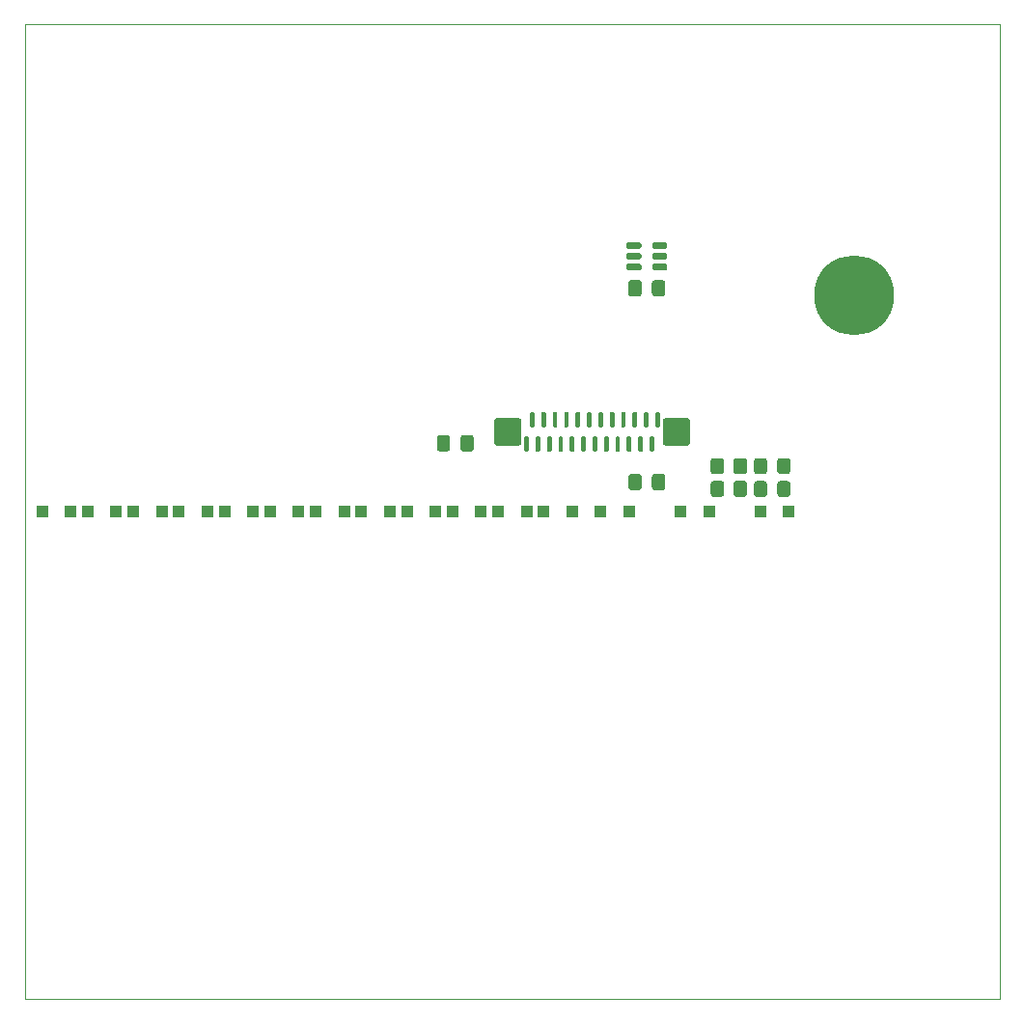
<source format=gbr>
G04 #@! TF.GenerationSoftware,KiCad,Pcbnew,6.0.10+dfsg-1~bpo11+1*
G04 #@! TF.ProjectId,project,70726f6a-6563-4742-9e6b-696361645f70,rev?*
G04 #@! TF.SameCoordinates,Original*
G04 #@! TF.FileFunction,Paste,Top*
G04 #@! TF.FilePolarity,Positive*
%FSLAX46Y46*%
G04 Gerber Fmt 4.6, Leading zero omitted, Abs format (unit mm)*
%MOMM*%
%LPD*%
G01*
G04 APERTURE LIST*
G04 #@! TA.AperFunction,Profile*
%ADD10C,0.100000*%
G04 #@! TD*
%ADD11R,1.000000X1.000000*%
%ADD12C,7.000000*%
G04 APERTURE END LIST*
D10*
X211012500Y-48287500D02*
X211012500Y-133787500D01*
X211012500Y-133787500D02*
X125512500Y-133787500D01*
X125512500Y-48287500D02*
X211012500Y-48287500D01*
X125512500Y-133787500D02*
X125512500Y-48287500D01*
D11*
X139012500Y-91037500D03*
X141512500Y-91037500D03*
X147012500Y-91037500D03*
X149512500Y-91037500D03*
X153512500Y-91037500D03*
X151012500Y-91037500D03*
G36*
G01*
X192662500Y-88587500D02*
X192662500Y-89487500D01*
G75*
G02*
X192412500Y-89737500I-250000J0D01*
G01*
X191762500Y-89737500D01*
G75*
G02*
X191512500Y-89487500I0J250000D01*
G01*
X191512500Y-88587500D01*
G75*
G02*
X191762500Y-88337500I250000J0D01*
G01*
X192412500Y-88337500D01*
G75*
G02*
X192662500Y-88587500I0J-250000D01*
G01*
G37*
G36*
G01*
X190612500Y-88587500D02*
X190612500Y-89487500D01*
G75*
G02*
X190362500Y-89737500I-250000J0D01*
G01*
X189712500Y-89737500D01*
G75*
G02*
X189462500Y-89487500I0J250000D01*
G01*
X189462500Y-88587500D01*
G75*
G02*
X189712500Y-88337500I250000J0D01*
G01*
X190362500Y-88337500D01*
G75*
G02*
X190612500Y-88587500I0J-250000D01*
G01*
G37*
X161512500Y-91037500D03*
X159012500Y-91037500D03*
G36*
G01*
X178262500Y-67837500D02*
X178262500Y-67537500D01*
G75*
G02*
X178412500Y-67387500I150000J0D01*
G01*
X179437500Y-67387500D01*
G75*
G02*
X179587500Y-67537500I0J-150000D01*
G01*
X179587500Y-67837500D01*
G75*
G02*
X179437500Y-67987500I-150000J0D01*
G01*
X178412500Y-67987500D01*
G75*
G02*
X178262500Y-67837500I0J150000D01*
G01*
G37*
G36*
G01*
X178262500Y-68787500D02*
X178262500Y-68487500D01*
G75*
G02*
X178412500Y-68337500I150000J0D01*
G01*
X179437500Y-68337500D01*
G75*
G02*
X179587500Y-68487500I0J-150000D01*
G01*
X179587500Y-68787500D01*
G75*
G02*
X179437500Y-68937500I-150000J0D01*
G01*
X178412500Y-68937500D01*
G75*
G02*
X178262500Y-68787500I0J150000D01*
G01*
G37*
G36*
G01*
X178262500Y-69737500D02*
X178262500Y-69437500D01*
G75*
G02*
X178412500Y-69287500I150000J0D01*
G01*
X179437500Y-69287500D01*
G75*
G02*
X179587500Y-69437500I0J-150000D01*
G01*
X179587500Y-69737500D01*
G75*
G02*
X179437500Y-69887500I-150000J0D01*
G01*
X178412500Y-69887500D01*
G75*
G02*
X178262500Y-69737500I0J150000D01*
G01*
G37*
G36*
G01*
X180537500Y-69737500D02*
X180537500Y-69437500D01*
G75*
G02*
X180687500Y-69287500I150000J0D01*
G01*
X181712500Y-69287500D01*
G75*
G02*
X181862500Y-69437500I0J-150000D01*
G01*
X181862500Y-69737500D01*
G75*
G02*
X181712500Y-69887500I-150000J0D01*
G01*
X180687500Y-69887500D01*
G75*
G02*
X180537500Y-69737500I0J150000D01*
G01*
G37*
G36*
G01*
X180537500Y-68787500D02*
X180537500Y-68487500D01*
G75*
G02*
X180687500Y-68337500I150000J0D01*
G01*
X181712500Y-68337500D01*
G75*
G02*
X181862500Y-68487500I0J-150000D01*
G01*
X181862500Y-68787500D01*
G75*
G02*
X181712500Y-68937500I-150000J0D01*
G01*
X180687500Y-68937500D01*
G75*
G02*
X180537500Y-68787500I0J150000D01*
G01*
G37*
G36*
G01*
X180537500Y-67837500D02*
X180537500Y-67537500D01*
G75*
G02*
X180687500Y-67387500I150000J0D01*
G01*
X181712500Y-67387500D01*
G75*
G02*
X181862500Y-67537500I0J-150000D01*
G01*
X181862500Y-67837500D01*
G75*
G02*
X181712500Y-67987500I-150000J0D01*
G01*
X180687500Y-67987500D01*
G75*
G02*
X180537500Y-67837500I0J150000D01*
G01*
G37*
X163012500Y-91037500D03*
X165512500Y-91037500D03*
G36*
G01*
X185662500Y-87487500D02*
X185662500Y-86587500D01*
G75*
G02*
X185912500Y-86337500I250000J0D01*
G01*
X186612500Y-86337500D01*
G75*
G02*
X186862500Y-86587500I0J-250000D01*
G01*
X186862500Y-87487500D01*
G75*
G02*
X186612500Y-87737500I-250000J0D01*
G01*
X185912500Y-87737500D01*
G75*
G02*
X185662500Y-87487500I0J250000D01*
G01*
G37*
G36*
G01*
X187662500Y-87487500D02*
X187662500Y-86587500D01*
G75*
G02*
X187912500Y-86337500I250000J0D01*
G01*
X188612500Y-86337500D01*
G75*
G02*
X188862500Y-86587500I0J-250000D01*
G01*
X188862500Y-87487500D01*
G75*
G02*
X188612500Y-87737500I-250000J0D01*
G01*
X187912500Y-87737500D01*
G75*
G02*
X187662500Y-87487500I0J250000D01*
G01*
G37*
G36*
G01*
X161637500Y-85512500D02*
X161637500Y-84562500D01*
G75*
G02*
X161887500Y-84312500I250000J0D01*
G01*
X162562500Y-84312500D01*
G75*
G02*
X162812500Y-84562500I0J-250000D01*
G01*
X162812500Y-85512500D01*
G75*
G02*
X162562500Y-85762500I-250000J0D01*
G01*
X161887500Y-85762500D01*
G75*
G02*
X161637500Y-85512500I0J250000D01*
G01*
G37*
G36*
G01*
X163712500Y-85512500D02*
X163712500Y-84562500D01*
G75*
G02*
X163962500Y-84312500I250000J0D01*
G01*
X164637500Y-84312500D01*
G75*
G02*
X164887500Y-84562500I0J-250000D01*
G01*
X164887500Y-85512500D01*
G75*
G02*
X164637500Y-85762500I-250000J0D01*
G01*
X163962500Y-85762500D01*
G75*
G02*
X163712500Y-85512500I0J250000D01*
G01*
G37*
G36*
G01*
X169712500Y-84537500D02*
X169712500Y-85687500D01*
G75*
G02*
X169612500Y-85787500I-100000J0D01*
G01*
X169412500Y-85787500D01*
G75*
G02*
X169312500Y-85687500I0J100000D01*
G01*
X169312500Y-84537500D01*
G75*
G02*
X169412500Y-84437500I100000J0D01*
G01*
X169612500Y-84437500D01*
G75*
G02*
X169712500Y-84537500I0J-100000D01*
G01*
G37*
G36*
G01*
X170212500Y-82387500D02*
X170212500Y-83537500D01*
G75*
G02*
X170112500Y-83637500I-100000J0D01*
G01*
X169912500Y-83637500D01*
G75*
G02*
X169812500Y-83537500I0J100000D01*
G01*
X169812500Y-82387500D01*
G75*
G02*
X169912500Y-82287500I100000J0D01*
G01*
X170112500Y-82287500D01*
G75*
G02*
X170212500Y-82387500I0J-100000D01*
G01*
G37*
G36*
G01*
X170712500Y-84537500D02*
X170712500Y-85687500D01*
G75*
G02*
X170612500Y-85787500I-100000J0D01*
G01*
X170412500Y-85787500D01*
G75*
G02*
X170312500Y-85687500I0J100000D01*
G01*
X170312500Y-84537500D01*
G75*
G02*
X170412500Y-84437500I100000J0D01*
G01*
X170612500Y-84437500D01*
G75*
G02*
X170712500Y-84537500I0J-100000D01*
G01*
G37*
G36*
G01*
X171212500Y-82387500D02*
X171212500Y-83537500D01*
G75*
G02*
X171112500Y-83637500I-100000J0D01*
G01*
X170912500Y-83637500D01*
G75*
G02*
X170812500Y-83537500I0J100000D01*
G01*
X170812500Y-82387500D01*
G75*
G02*
X170912500Y-82287500I100000J0D01*
G01*
X171112500Y-82287500D01*
G75*
G02*
X171212500Y-82387500I0J-100000D01*
G01*
G37*
G36*
G01*
X171712500Y-84537500D02*
X171712500Y-85687500D01*
G75*
G02*
X171612500Y-85787500I-100000J0D01*
G01*
X171412500Y-85787500D01*
G75*
G02*
X171312500Y-85687500I0J100000D01*
G01*
X171312500Y-84537500D01*
G75*
G02*
X171412500Y-84437500I100000J0D01*
G01*
X171612500Y-84437500D01*
G75*
G02*
X171712500Y-84537500I0J-100000D01*
G01*
G37*
G36*
G01*
X172212500Y-82387500D02*
X172212500Y-83537500D01*
G75*
G02*
X172112500Y-83637500I-100000J0D01*
G01*
X171912500Y-83637500D01*
G75*
G02*
X171812500Y-83537500I0J100000D01*
G01*
X171812500Y-82387500D01*
G75*
G02*
X171912500Y-82287500I100000J0D01*
G01*
X172112500Y-82287500D01*
G75*
G02*
X172212500Y-82387500I0J-100000D01*
G01*
G37*
G36*
G01*
X172712500Y-84537500D02*
X172712500Y-85687500D01*
G75*
G02*
X172612500Y-85787500I-100000J0D01*
G01*
X172412500Y-85787500D01*
G75*
G02*
X172312500Y-85687500I0J100000D01*
G01*
X172312500Y-84537500D01*
G75*
G02*
X172412500Y-84437500I100000J0D01*
G01*
X172612500Y-84437500D01*
G75*
G02*
X172712500Y-84537500I0J-100000D01*
G01*
G37*
G36*
G01*
X173212500Y-82387500D02*
X173212500Y-83537500D01*
G75*
G02*
X173112500Y-83637500I-100000J0D01*
G01*
X172912500Y-83637500D01*
G75*
G02*
X172812500Y-83537500I0J100000D01*
G01*
X172812500Y-82387500D01*
G75*
G02*
X172912500Y-82287500I100000J0D01*
G01*
X173112500Y-82287500D01*
G75*
G02*
X173212500Y-82387500I0J-100000D01*
G01*
G37*
G36*
G01*
X173712500Y-84537500D02*
X173712500Y-85687500D01*
G75*
G02*
X173612500Y-85787500I-100000J0D01*
G01*
X173412500Y-85787500D01*
G75*
G02*
X173312500Y-85687500I0J100000D01*
G01*
X173312500Y-84537500D01*
G75*
G02*
X173412500Y-84437500I100000J0D01*
G01*
X173612500Y-84437500D01*
G75*
G02*
X173712500Y-84537500I0J-100000D01*
G01*
G37*
G36*
G01*
X174212500Y-82387500D02*
X174212500Y-83537500D01*
G75*
G02*
X174112500Y-83637500I-100000J0D01*
G01*
X173912500Y-83637500D01*
G75*
G02*
X173812500Y-83537500I0J100000D01*
G01*
X173812500Y-82387500D01*
G75*
G02*
X173912500Y-82287500I100000J0D01*
G01*
X174112500Y-82287500D01*
G75*
G02*
X174212500Y-82387500I0J-100000D01*
G01*
G37*
G36*
G01*
X174712500Y-84537500D02*
X174712500Y-85687500D01*
G75*
G02*
X174612500Y-85787500I-100000J0D01*
G01*
X174412500Y-85787500D01*
G75*
G02*
X174312500Y-85687500I0J100000D01*
G01*
X174312500Y-84537500D01*
G75*
G02*
X174412500Y-84437500I100000J0D01*
G01*
X174612500Y-84437500D01*
G75*
G02*
X174712500Y-84537500I0J-100000D01*
G01*
G37*
G36*
G01*
X175212500Y-82387500D02*
X175212500Y-83537500D01*
G75*
G02*
X175112500Y-83637500I-100000J0D01*
G01*
X174912500Y-83637500D01*
G75*
G02*
X174812500Y-83537500I0J100000D01*
G01*
X174812500Y-82387500D01*
G75*
G02*
X174912500Y-82287500I100000J0D01*
G01*
X175112500Y-82287500D01*
G75*
G02*
X175212500Y-82387500I0J-100000D01*
G01*
G37*
G36*
G01*
X175712500Y-84537500D02*
X175712500Y-85687500D01*
G75*
G02*
X175612500Y-85787500I-100000J0D01*
G01*
X175412500Y-85787500D01*
G75*
G02*
X175312500Y-85687500I0J100000D01*
G01*
X175312500Y-84537500D01*
G75*
G02*
X175412500Y-84437500I100000J0D01*
G01*
X175612500Y-84437500D01*
G75*
G02*
X175712500Y-84537500I0J-100000D01*
G01*
G37*
G36*
G01*
X176212500Y-82387500D02*
X176212500Y-83537500D01*
G75*
G02*
X176112500Y-83637500I-100000J0D01*
G01*
X175912500Y-83637500D01*
G75*
G02*
X175812500Y-83537500I0J100000D01*
G01*
X175812500Y-82387500D01*
G75*
G02*
X175912500Y-82287500I100000J0D01*
G01*
X176112500Y-82287500D01*
G75*
G02*
X176212500Y-82387500I0J-100000D01*
G01*
G37*
G36*
G01*
X176712500Y-84537500D02*
X176712500Y-85687500D01*
G75*
G02*
X176612500Y-85787500I-100000J0D01*
G01*
X176412500Y-85787500D01*
G75*
G02*
X176312500Y-85687500I0J100000D01*
G01*
X176312500Y-84537500D01*
G75*
G02*
X176412500Y-84437500I100000J0D01*
G01*
X176612500Y-84437500D01*
G75*
G02*
X176712500Y-84537500I0J-100000D01*
G01*
G37*
G36*
G01*
X177212500Y-82387500D02*
X177212500Y-83537500D01*
G75*
G02*
X177112500Y-83637500I-100000J0D01*
G01*
X176912500Y-83637500D01*
G75*
G02*
X176812500Y-83537500I0J100000D01*
G01*
X176812500Y-82387500D01*
G75*
G02*
X176912500Y-82287500I100000J0D01*
G01*
X177112500Y-82287500D01*
G75*
G02*
X177212500Y-82387500I0J-100000D01*
G01*
G37*
G36*
G01*
X177712500Y-84537500D02*
X177712500Y-85687500D01*
G75*
G02*
X177612500Y-85787500I-100000J0D01*
G01*
X177412500Y-85787500D01*
G75*
G02*
X177312500Y-85687500I0J100000D01*
G01*
X177312500Y-84537500D01*
G75*
G02*
X177412500Y-84437500I100000J0D01*
G01*
X177612500Y-84437500D01*
G75*
G02*
X177712500Y-84537500I0J-100000D01*
G01*
G37*
G36*
G01*
X178212500Y-82387500D02*
X178212500Y-83537500D01*
G75*
G02*
X178112500Y-83637500I-100000J0D01*
G01*
X177912500Y-83637500D01*
G75*
G02*
X177812500Y-83537500I0J100000D01*
G01*
X177812500Y-82387500D01*
G75*
G02*
X177912500Y-82287500I100000J0D01*
G01*
X178112500Y-82287500D01*
G75*
G02*
X178212500Y-82387500I0J-100000D01*
G01*
G37*
G36*
G01*
X178712500Y-84537500D02*
X178712500Y-85687500D01*
G75*
G02*
X178612500Y-85787500I-100000J0D01*
G01*
X178412500Y-85787500D01*
G75*
G02*
X178312500Y-85687500I0J100000D01*
G01*
X178312500Y-84537500D01*
G75*
G02*
X178412500Y-84437500I100000J0D01*
G01*
X178612500Y-84437500D01*
G75*
G02*
X178712500Y-84537500I0J-100000D01*
G01*
G37*
G36*
G01*
X179212500Y-82387500D02*
X179212500Y-83537500D01*
G75*
G02*
X179112500Y-83637500I-100000J0D01*
G01*
X178912500Y-83637500D01*
G75*
G02*
X178812500Y-83537500I0J100000D01*
G01*
X178812500Y-82387500D01*
G75*
G02*
X178912500Y-82287500I100000J0D01*
G01*
X179112500Y-82287500D01*
G75*
G02*
X179212500Y-82387500I0J-100000D01*
G01*
G37*
G36*
G01*
X179712500Y-84537500D02*
X179712500Y-85687500D01*
G75*
G02*
X179612500Y-85787500I-100000J0D01*
G01*
X179412500Y-85787500D01*
G75*
G02*
X179312500Y-85687500I0J100000D01*
G01*
X179312500Y-84537500D01*
G75*
G02*
X179412500Y-84437500I100000J0D01*
G01*
X179612500Y-84437500D01*
G75*
G02*
X179712500Y-84537500I0J-100000D01*
G01*
G37*
G36*
G01*
X180212500Y-82387500D02*
X180212500Y-83537500D01*
G75*
G02*
X180112500Y-83637500I-100000J0D01*
G01*
X179912500Y-83637500D01*
G75*
G02*
X179812500Y-83537500I0J100000D01*
G01*
X179812500Y-82387500D01*
G75*
G02*
X179912500Y-82287500I100000J0D01*
G01*
X180112500Y-82287500D01*
G75*
G02*
X180212500Y-82387500I0J-100000D01*
G01*
G37*
G36*
G01*
X180712500Y-84537500D02*
X180712500Y-85687500D01*
G75*
G02*
X180612500Y-85787500I-100000J0D01*
G01*
X180412500Y-85787500D01*
G75*
G02*
X180312500Y-85687500I0J100000D01*
G01*
X180312500Y-84537500D01*
G75*
G02*
X180412500Y-84437500I100000J0D01*
G01*
X180612500Y-84437500D01*
G75*
G02*
X180712500Y-84537500I0J-100000D01*
G01*
G37*
G36*
G01*
X181212500Y-82387500D02*
X181212500Y-83537500D01*
G75*
G02*
X181112500Y-83637500I-100000J0D01*
G01*
X180912500Y-83637500D01*
G75*
G02*
X180812500Y-83537500I0J100000D01*
G01*
X180812500Y-82387500D01*
G75*
G02*
X180912500Y-82287500I100000J0D01*
G01*
X181112500Y-82287500D01*
G75*
G02*
X181212500Y-82387500I0J-100000D01*
G01*
G37*
G36*
G01*
X183862500Y-83077500D02*
X183862500Y-84997500D01*
G75*
G02*
X183622500Y-85237500I-240000J0D01*
G01*
X181702500Y-85237500D01*
G75*
G02*
X181462500Y-84997500I0J240000D01*
G01*
X181462500Y-83077500D01*
G75*
G02*
X181702500Y-82837500I240000J0D01*
G01*
X183622500Y-82837500D01*
G75*
G02*
X183862500Y-83077500I0J-240000D01*
G01*
G37*
G36*
G01*
X169062500Y-83077500D02*
X169062500Y-84997500D01*
G75*
G02*
X168822500Y-85237500I-240000J0D01*
G01*
X166902500Y-85237500D01*
G75*
G02*
X166662500Y-84997500I0J240000D01*
G01*
X166662500Y-83077500D01*
G75*
G02*
X166902500Y-82837500I240000J0D01*
G01*
X168822500Y-82837500D01*
G75*
G02*
X169062500Y-83077500I0J-240000D01*
G01*
G37*
X145512500Y-91037500D03*
X143012500Y-91037500D03*
D12*
X198262500Y-72037500D03*
G36*
G01*
X185662500Y-89487500D02*
X185662500Y-88587500D01*
G75*
G02*
X185912500Y-88337500I250000J0D01*
G01*
X186612500Y-88337500D01*
G75*
G02*
X186862500Y-88587500I0J-250000D01*
G01*
X186862500Y-89487500D01*
G75*
G02*
X186612500Y-89737500I-250000J0D01*
G01*
X185912500Y-89737500D01*
G75*
G02*
X185662500Y-89487500I0J250000D01*
G01*
G37*
G36*
G01*
X187662500Y-89487500D02*
X187662500Y-88587500D01*
G75*
G02*
X187912500Y-88337500I250000J0D01*
G01*
X188612500Y-88337500D01*
G75*
G02*
X188862500Y-88587500I0J-250000D01*
G01*
X188862500Y-89487500D01*
G75*
G02*
X188612500Y-89737500I-250000J0D01*
G01*
X187912500Y-89737500D01*
G75*
G02*
X187662500Y-89487500I0J250000D01*
G01*
G37*
D11*
X131012500Y-91037500D03*
X133512500Y-91037500D03*
X129512500Y-91037500D03*
X127012500Y-91037500D03*
X178512500Y-91037500D03*
X176012500Y-91037500D03*
X185512500Y-91037500D03*
X183012500Y-91037500D03*
G36*
G01*
X192662500Y-86587500D02*
X192662500Y-87487500D01*
G75*
G02*
X192412500Y-87737500I-250000J0D01*
G01*
X191762500Y-87737500D01*
G75*
G02*
X191512500Y-87487500I0J250000D01*
G01*
X191512500Y-86587500D01*
G75*
G02*
X191762500Y-86337500I250000J0D01*
G01*
X192412500Y-86337500D01*
G75*
G02*
X192662500Y-86587500I0J-250000D01*
G01*
G37*
G36*
G01*
X190612500Y-86587500D02*
X190612500Y-87487500D01*
G75*
G02*
X190362500Y-87737500I-250000J0D01*
G01*
X189712500Y-87737500D01*
G75*
G02*
X189462500Y-87487500I0J250000D01*
G01*
X189462500Y-86587500D01*
G75*
G02*
X189712500Y-86337500I250000J0D01*
G01*
X190362500Y-86337500D01*
G75*
G02*
X190612500Y-86587500I0J-250000D01*
G01*
G37*
X173512500Y-91037500D03*
X171012500Y-91037500D03*
G36*
G01*
X181687500Y-70962500D02*
X181687500Y-71912500D01*
G75*
G02*
X181437500Y-72162500I-250000J0D01*
G01*
X180762500Y-72162500D01*
G75*
G02*
X180512500Y-71912500I0J250000D01*
G01*
X180512500Y-70962500D01*
G75*
G02*
X180762500Y-70712500I250000J0D01*
G01*
X181437500Y-70712500D01*
G75*
G02*
X181687500Y-70962500I0J-250000D01*
G01*
G37*
G36*
G01*
X179612500Y-70962500D02*
X179612500Y-71912500D01*
G75*
G02*
X179362500Y-72162500I-250000J0D01*
G01*
X178687500Y-72162500D01*
G75*
G02*
X178437500Y-71912500I0J250000D01*
G01*
X178437500Y-70962500D01*
G75*
G02*
X178687500Y-70712500I250000J0D01*
G01*
X179362500Y-70712500D01*
G75*
G02*
X179612500Y-70962500I0J-250000D01*
G01*
G37*
X155012500Y-91037500D03*
X157512500Y-91037500D03*
X169512500Y-91037500D03*
X167012500Y-91037500D03*
X192512500Y-91037500D03*
X190012500Y-91037500D03*
G36*
G01*
X178437500Y-88912500D02*
X178437500Y-87962500D01*
G75*
G02*
X178687500Y-87712500I250000J0D01*
G01*
X179362500Y-87712500D01*
G75*
G02*
X179612500Y-87962500I0J-250000D01*
G01*
X179612500Y-88912500D01*
G75*
G02*
X179362500Y-89162500I-250000J0D01*
G01*
X178687500Y-89162500D01*
G75*
G02*
X178437500Y-88912500I0J250000D01*
G01*
G37*
G36*
G01*
X180512500Y-88912500D02*
X180512500Y-87962500D01*
G75*
G02*
X180762500Y-87712500I250000J0D01*
G01*
X181437500Y-87712500D01*
G75*
G02*
X181687500Y-87962500I0J-250000D01*
G01*
X181687500Y-88912500D01*
G75*
G02*
X181437500Y-89162500I-250000J0D01*
G01*
X180762500Y-89162500D01*
G75*
G02*
X180512500Y-88912500I0J250000D01*
G01*
G37*
X137512500Y-91037500D03*
X135012500Y-91037500D03*
M02*

</source>
